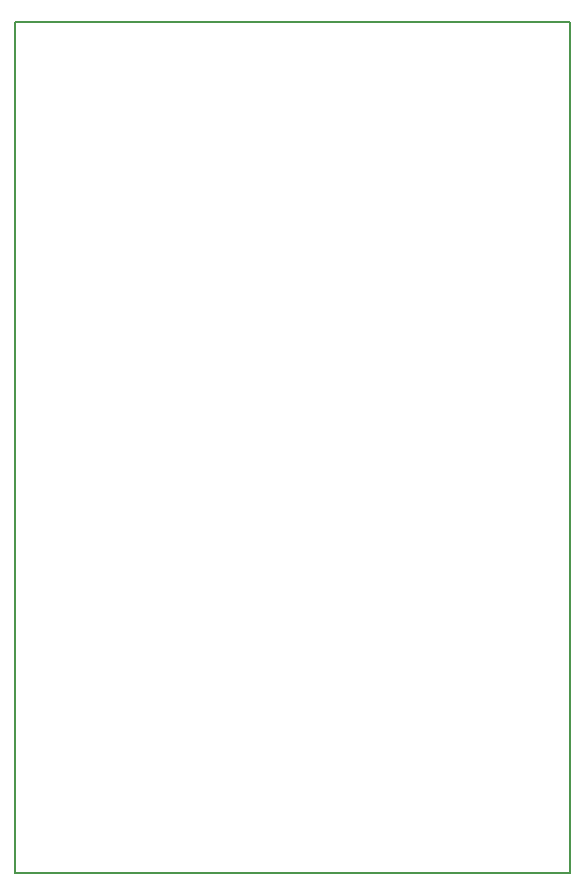
<source format=gm1>
G04 #@! TF.GenerationSoftware,KiCad,Pcbnew,(5.1.9)-1*
G04 #@! TF.CreationDate,2021-08-21T09:49:19+09:00*
G04 #@! TF.ProjectId,DragonOne_lan_rev02,44726167-6f6e-44f6-9e65-5f6c616e5f72,rev?*
G04 #@! TF.SameCoordinates,PX7cee6c0PY80befc0*
G04 #@! TF.FileFunction,Profile,NP*
%FSLAX46Y46*%
G04 Gerber Fmt 4.6, Leading zero omitted, Abs format (unit mm)*
G04 Created by KiCad (PCBNEW (5.1.9)-1) date 2021-08-21 09:49:19*
%MOMM*%
%LPD*%
G01*
G04 APERTURE LIST*
G04 #@! TA.AperFunction,Profile*
%ADD10C,0.150000*%
G04 #@! TD*
G04 APERTURE END LIST*
D10*
X0Y72000000D02*
X0Y0D01*
X47000000Y72000000D02*
X0Y72000000D01*
X47000000Y0D02*
X47000000Y72000000D01*
X0Y0D02*
X47000000Y0D01*
M02*

</source>
